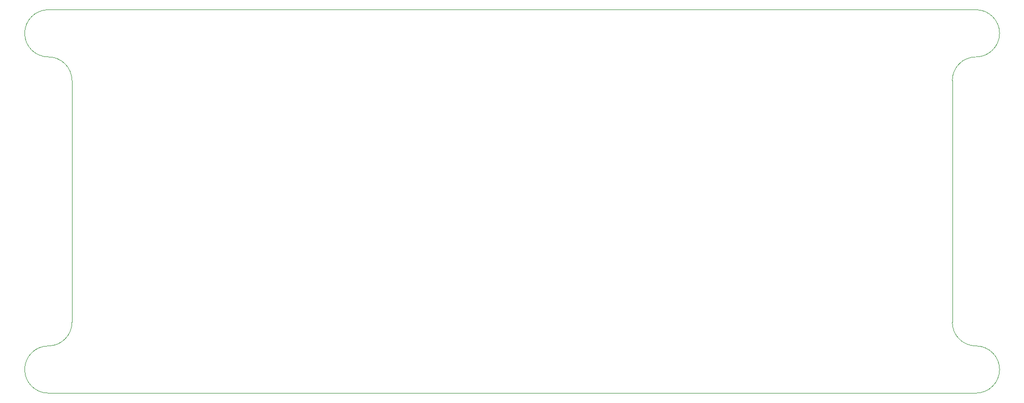
<source format=gbr>
G04 #@! TF.GenerationSoftware,KiCad,Pcbnew,(5.0.0-rc2-63-gd4393b281)*
G04 #@! TF.CreationDate,2018-06-03T20:37:34+01:00*
G04 #@! TF.ProjectId,wizardview-v1,77697A617264766965772D76312E6B69,rev?*
G04 #@! TF.SameCoordinates,Original*
G04 #@! TF.FileFunction,Profile,NP*
%FSLAX46Y46*%
G04 Gerber Fmt 4.6, Leading zero omitted, Abs format (unit mm)*
G04 Created by KiCad (PCBNEW (5.0.0-rc2-63-gd4393b281)) date 06/03/18 20:37:34*
%MOMM*%
%LPD*%
G01*
G04 APERTURE LIST*
%ADD10C,0.100000*%
G04 APERTURE END LIST*
D10*
X41000000Y-37000000D02*
X198000000Y-37000000D01*
X198000000Y-102000000D02*
X41000000Y-102000000D01*
X194000000Y-90000000D02*
X194000000Y-49000000D01*
X198000000Y-94000000D02*
G75*
G02X194000000Y-90000000I0J4000000D01*
G01*
X202000000Y-98000000D02*
G75*
G02X198000000Y-102000000I-4000000J0D01*
G01*
X198000000Y-94000000D02*
G75*
G02X202000000Y-98000000I0J-4000000D01*
G01*
X194000000Y-49000000D02*
G75*
G02X198000000Y-45000000I4000000J0D01*
G01*
X202000000Y-41000000D02*
G75*
G02X198000000Y-45000000I-4000000J0D01*
G01*
X198000000Y-37000000D02*
G75*
G02X202000000Y-41000000I0J-4000000D01*
G01*
X45000000Y-49000000D02*
X45000000Y-90000000D01*
X41000000Y-45000000D02*
G75*
G02X45000000Y-49000000I0J-4000000D01*
G01*
X37000000Y-41000000D02*
G75*
G02X41000000Y-37000000I4000000J0D01*
G01*
X41000000Y-45000000D02*
G75*
G02X37000000Y-41000000I0J4000000D01*
G01*
X45000000Y-90000000D02*
G75*
G02X41000000Y-94000000I-4000000J0D01*
G01*
X37000000Y-98000000D02*
G75*
G02X41000000Y-94000000I4000000J0D01*
G01*
X41000000Y-102000000D02*
G75*
G02X37000000Y-98000000I0J4000000D01*
G01*
M02*

</source>
